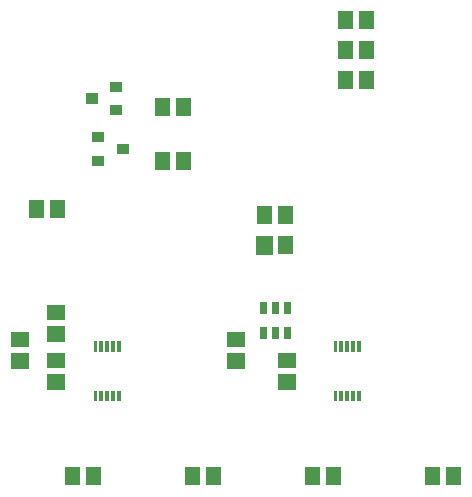
<source format=gbr>
G04 start of page 9 for group -4015 idx -4015 *
G04 Title: (unknown), toppaste *
G04 Creator: pcb 20110918 *
G04 CreationDate: Sat 02 Feb 2013 09:04:15 PM GMT UTC *
G04 For: petersen *
G04 Format: Gerber/RS-274X *
G04 PCB-Dimensions: 210000 270000 *
G04 PCB-Coordinate-Origin: lower left *
%MOIN*%
%FSLAX25Y25*%
%LNTOPPASTE*%
%ADD76R,0.0240X0.0240*%
%ADD75R,0.0562X0.0562*%
%ADD74R,0.0117X0.0117*%
%ADD73R,0.0340X0.0340*%
%ADD72R,0.0512X0.0512*%
G54D72*X46607Y116543D02*X47393D01*
X46607Y109457D02*X47393D01*
X143457Y194393D02*Y193607D01*
X150543Y194393D02*Y193607D01*
Y204393D02*Y203607D01*
X143457Y204393D02*Y203607D01*
X150543Y214393D02*Y213607D01*
X143457Y214393D02*Y213607D01*
X47543Y151393D02*Y150607D01*
X40457Y151393D02*Y150607D01*
X82457Y185393D02*Y184607D01*
X89543Y185393D02*Y184607D01*
X82457Y167393D02*Y166607D01*
X89543Y167393D02*Y166607D01*
G54D73*X66700Y184000D02*X67300D01*
X66700Y191800D02*X67300D01*
X58500Y187900D02*X59100D01*
G54D72*X34607Y100457D02*X35393D01*
X34607Y107543D02*X35393D01*
X123543Y149393D02*Y148607D01*
X116457Y149393D02*Y148607D01*
X92457Y62393D02*Y61607D01*
X99543Y62393D02*Y61607D01*
X46607Y100543D02*X47393D01*
X46607Y93457D02*X47393D01*
X172457Y62393D02*Y61607D01*
X179543Y62393D02*Y61607D01*
G54D74*X60060Y89903D02*Y87605D01*
X62030Y89903D02*Y87605D01*
X64000Y89903D02*Y87605D01*
X65970Y89903D02*Y87605D01*
X67940Y89903D02*Y87605D01*
Y106395D02*Y104097D01*
X65970Y106395D02*Y104097D01*
X64000Y106395D02*Y104097D01*
X62030Y106395D02*Y104097D01*
X60060Y106395D02*Y104097D01*
G54D72*X132457Y62393D02*Y61607D01*
X139543Y62393D02*Y61607D01*
X52457Y62393D02*Y61607D01*
X59543Y62393D02*Y61607D01*
G54D74*X140060Y89903D02*Y87605D01*
X142030Y89903D02*Y87605D01*
X144000Y89903D02*Y87605D01*
X145970Y89903D02*Y87605D01*
X147940Y89903D02*Y87605D01*
Y106395D02*Y104097D01*
X145970Y106395D02*Y104097D01*
X144000Y106395D02*Y104097D01*
X142030Y106395D02*Y104097D01*
X140060Y106395D02*Y104097D01*
G54D72*X123543Y139393D02*Y138607D01*
G54D75*X116457Y139393D02*Y138607D01*
G54D73*X60700Y175000D02*X61300D01*
X60700Y167200D02*X61300D01*
X68900Y171100D02*X69500D01*
G54D76*X124000Y118800D02*Y117200D01*
X120100Y118800D02*Y117200D01*
X116200Y118800D02*Y117200D01*
Y110600D02*Y109000D01*
X120100Y110600D02*Y109000D01*
X124000Y110600D02*Y109000D01*
G54D72*X106607Y100457D02*X107393D01*
X106607Y107543D02*X107393D01*
X123607Y100543D02*X124393D01*
X123607Y93457D02*X124393D01*
M02*

</source>
